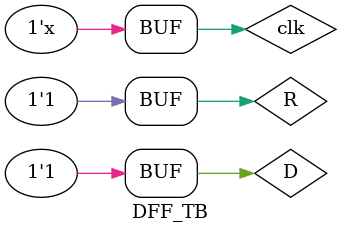
<source format=sv>
`timescale 1ns/1ns
module MUX21(input a,b,s,e, output w);
	wire ns,j;
	not #(7,9) N1(ns,s);
	notif1 #(14,18,16) N2(j,a,ns);
	notif1 #(14,18,16) N3(j,b,s);
	notif1 #(14,18,16) N4(w,j,e);
endmodule

module Dlatch(input D,clk,en, output w);
	MUX21 M1(w,D,clk,en, w);
endmodule

module DFF(input D,R,clk, output Q);
	wire i,j,k,l,m;
	not #(7,9) N1(i,R);
	nand #(14,10) Na1(j,D,i);
	not #(7,9) N2(k,j);
	not #(7,9) N3(l,clk);
	Dlatch D1(k,l,1'b1, m);
	Dlatch D2(m,clk,1'b1, Q);
endmodule

module DFF_TB();
	reg D = 1;
	reg clk = 0;
	reg R = 1;
	wire w;
	DFF DFF1(D,R,clk, w);
	initial begin
		#200 R = 0;
		#50 D = ~D;
		#150 D = ~D;
		#300 D = ~D;
		#300 D = ~D;
		#300 D = ~D;
		#180 D = ~D;
		#100 D = ~D;
		#110 D = ~D;
		#30 D = ~D;
		#80 D = ~D;
		#110 R = 1;
	end
	always #150 clk = ~clk;
endmodule


</source>
